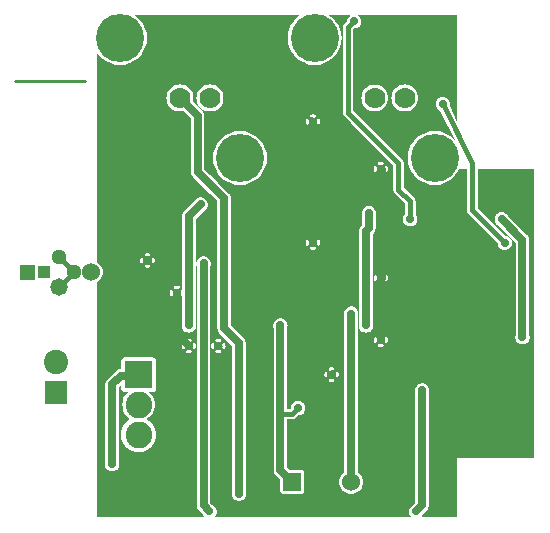
<source format=gbr>
G04 start of page 2 for group 0 idx 3 *
G04 Title: PD-ac, bottom *
G04 Creator: pcb 1.99x *
G04 CreationDate: Fri 09 Jan 2009 03:59:07 PM GMT UTC *
G04 For: kmk *
G04 Format: Gerber/RS-274X *
G04 PCB-Dimensions: 275591 314961 *
G04 PCB-Coordinate-Origin: lower left *
%MOIN*%
%FSLAX24Y24*%
%LNBACK*%
%ADD11C,0.0200*%
%ADD12C,0.0300*%
%ADD13C,0.0250*%
%ADD14C,0.0150*%
%ADD15C,0.0700*%
%ADD16C,0.1600*%
%ADD17C,0.0600*%
%ADD18C,0.0510*%
%ADD19C,0.0810*%
%ADD20C,0.0887*%
%ADD21C,0.0580*%
%ADD22C,0.0280*%
%ADD23C,0.0098*%
%ADD24C,0.0400*%
%ADD25C,0.0850*%
%ADD26C,0.1200*%
%ADD27C,0.0315*%
%ADD28C,0.0460*%
%ADD29C,0.0450*%
%ADD30C,0.0270*%
%ADD31C,0.0120*%
G54D11*G36*
X18126Y14114D02*X18152Y14087D01*
X18187Y14063D01*
X18225Y14046D01*
X18265Y14035D01*
X18307Y14031D01*
X18348Y14035D01*
X18389Y14046D01*
X18427Y14063D01*
X18461Y14087D01*
X18491Y14117D01*
X18514Y14151D01*
X18532Y14189D01*
X18543Y14230D01*
X18547Y14271D01*
X18543Y14313D01*
X18532Y14353D01*
X18514Y14391D01*
X18491Y14426D01*
X18482Y14434D01*
Y14862D01*
X18481Y14870D01*
Y14877D01*
X18480Y14885D01*
X18479Y14892D01*
X18477Y14899D01*
X18476Y14907D01*
X18473Y14915D01*
X18471Y14922D01*
X18468Y14928D01*
X18465Y14936D01*
X18462Y14942D01*
X18458Y14949D01*
X18453Y14956D01*
X18450Y14962D01*
X18445Y14968D01*
X18441Y14974D01*
X18435Y14980D01*
X18430Y14986D01*
X18126Y15290D01*
Y17857D01*
X18204Y17863D01*
X18279Y17884D01*
X18351Y17917D01*
X18415Y17962D01*
X18470Y18017D01*
X18515Y18082D01*
X18548Y18153D01*
X18569Y18229D01*
X18576Y18307D01*
X18569Y18385D01*
X18548Y18461D01*
X18515Y18532D01*
X18470Y18596D01*
X18415Y18651D01*
X18351Y18696D01*
X18279Y18730D01*
X18204Y18750D01*
X18126Y18757D01*
Y21063D01*
X19881D01*
Y17517D01*
X19619Y18042D01*
X19626Y18068D01*
X19629Y18110D01*
X19626Y18151D01*
X19615Y18192D01*
X19597Y18230D01*
X19573Y18264D01*
X19544Y18294D01*
X19509Y18318D01*
X19471Y18335D01*
X19431Y18346D01*
X19389Y18350D01*
X19348Y18346D01*
X19307Y18335D01*
X19269Y18318D01*
X19235Y18294D01*
X19205Y18264D01*
X19182Y18230D01*
X19164Y18192D01*
X19153Y18151D01*
X19149Y18110D01*
X19153Y18068D01*
X19164Y18028D01*
X19182Y17990D01*
X19205Y17955D01*
X19235Y17926D01*
X19269Y17902D01*
X19306Y17885D01*
X19797Y16903D01*
X19704Y16996D01*
X19576Y17086D01*
X19433Y17152D01*
X19282Y17193D01*
X19126Y17207D01*
X18969Y17193D01*
X18818Y17152D01*
X18676Y17086D01*
X18547Y16996D01*
X18436Y16885D01*
X18346Y16757D01*
X18280Y16614D01*
X18239Y16463D01*
X18226Y16307D01*
X18239Y16150D01*
X18280Y15999D01*
X18346Y15857D01*
X18436Y15728D01*
X18547Y15617D01*
X18676Y15527D01*
X18818Y15461D01*
X18969Y15420D01*
X19126Y15407D01*
X19282Y15420D01*
X19433Y15461D01*
X19576Y15527D01*
X19704Y15617D01*
X19815Y15728D01*
X19881Y15823D01*
Y4330D01*
X18639D01*
X18658Y4343D01*
X18687Y4373D01*
X18711Y4407D01*
X18720Y4426D01*
X18859Y4565D01*
X18859Y4565D01*
X18866Y4572D01*
X18873Y4579D01*
X18878Y4587D01*
X18885Y4595D01*
X18889Y4603D01*
X18895Y4612D01*
X18900Y4621D01*
X18904Y4629D01*
X18908Y4638D01*
X18912Y4647D01*
X18914Y4657D01*
X18918Y4666D01*
X18919Y4675D01*
X18922Y4685D01*
X18923Y4695D01*
X18924Y4704D01*
Y4714D01*
X18925Y4724D01*
Y8479D01*
X18926Y8480D01*
X18937Y8521D01*
X18940Y8563D01*
X18937Y8604D01*
X18926Y8645D01*
X18908Y8683D01*
X18884Y8717D01*
X18855Y8746D01*
X18820Y8770D01*
X18782Y8788D01*
X18742Y8799D01*
X18700Y8803D01*
X18659Y8799D01*
X18618Y8788D01*
X18580Y8770D01*
X18546Y8746D01*
X18516Y8717D01*
X18493Y8683D01*
X18475Y8645D01*
X18464Y8604D01*
X18460Y8563D01*
X18464Y8521D01*
X18475Y8480D01*
X18475Y8479D01*
Y4817D01*
X18401Y4743D01*
X18383Y4735D01*
X18349Y4711D01*
X18320Y4681D01*
X18296Y4647D01*
X18278Y4609D01*
X18267Y4569D01*
X18263Y4527D01*
X18267Y4485D01*
X18278Y4445D01*
X18296Y4407D01*
X18320Y4373D01*
X18349Y4343D01*
X18368Y4330D01*
X18126D01*
Y14114D01*
G37*
G36*
Y14795D02*X18132Y14789D01*
Y14434D01*
X18126Y14428D01*
Y14795D01*
G37*
G36*
Y15290D02*X18088Y15328D01*
Y16141D01*
X18087Y16149D01*
Y16157D01*
X18086Y16164D01*
X18085Y16172D01*
X18083Y16179D01*
X18082Y16187D01*
X18079Y16194D01*
X18077Y16201D01*
X18074Y16208D01*
X18072Y16215D01*
X18068Y16222D01*
X18065Y16229D01*
X18060Y16236D01*
X18056Y16242D01*
X18052Y16247D01*
X18047Y16254D01*
X18041Y16260D01*
X18037Y16265D01*
X17509Y16793D01*
Y18073D01*
X17515Y18082D01*
X17548Y18153D01*
X17569Y18229D01*
X17576Y18307D01*
X17569Y18385D01*
X17548Y18461D01*
X17515Y18532D01*
X17509Y18541D01*
Y21063D01*
X18126D01*
Y18757D01*
X18047Y18750D01*
X17972Y18730D01*
X17901Y18696D01*
X17836Y18651D01*
X17781Y18596D01*
X17736Y18532D01*
X17703Y18461D01*
X17682Y18385D01*
X17676Y18307D01*
X17682Y18229D01*
X17703Y18153D01*
X17736Y18082D01*
X17781Y18017D01*
X17836Y17962D01*
X17901Y17917D01*
X17972Y17884D01*
X18047Y17863D01*
X18126Y17857D01*
Y15290D01*
G37*
G36*
X17509Y16298D02*X17738Y16069D01*
Y15255D01*
X17739Y15247D01*
Y15240D01*
X17740Y15233D01*
X17741Y15225D01*
X17742Y15218D01*
X17744Y15210D01*
X17747Y15202D01*
X17749Y15196D01*
X17752Y15189D01*
X17754Y15182D01*
X17758Y15175D01*
X17761Y15168D01*
X17766Y15161D01*
X17770Y15155D01*
X17774Y15150D01*
X17779Y15143D01*
X17785Y15137D01*
X17789Y15132D01*
X18126Y14795D01*
Y14428D01*
X18123Y14426D01*
X18099Y14391D01*
X18081Y14353D01*
X18070Y14313D01*
X18067Y14271D01*
X18070Y14230D01*
X18081Y14189D01*
X18099Y14151D01*
X18123Y14117D01*
X18126Y14114D01*
Y4330D01*
X17509D01*
Y10140D01*
X17512Y10140D01*
X17520Y10142D01*
X17529Y10145D01*
X17536Y10150D01*
X17543Y10155D01*
X17548Y10162D01*
X17552Y10170D01*
X17555Y10178D01*
X17560Y10202D01*
X17562Y10226D01*
X17562Y10250D01*
X17559Y10274D01*
X17554Y10298D01*
Y10298D01*
X17551Y10306D01*
X17547Y10314D01*
X17541Y10320D01*
X17535Y10326D01*
X17527Y10330D01*
X17519Y10333D01*
X17510Y10335D01*
X17509D01*
Y12207D01*
X17512Y12207D01*
X17520Y12209D01*
X17529Y12212D01*
X17536Y12216D01*
X17543Y12222D01*
X17548Y12229D01*
X17552Y12237D01*
X17555Y12245D01*
X17560Y12269D01*
X17562Y12293D01*
X17562Y12317D01*
X17559Y12341D01*
X17554Y12365D01*
Y12365D01*
X17551Y12373D01*
X17547Y12381D01*
X17541Y12387D01*
X17535Y12393D01*
X17527Y12397D01*
X17519Y12400D01*
X17510Y12402D01*
X17509D01*
Y15849D01*
X17512Y15849D01*
X17520Y15850D01*
X17529Y15854D01*
X17536Y15858D01*
X17543Y15864D01*
X17548Y15871D01*
X17552Y15878D01*
X17555Y15886D01*
X17560Y15910D01*
X17562Y15934D01*
X17562Y15959D01*
X17559Y15983D01*
X17554Y16007D01*
Y16007D01*
X17551Y16015D01*
X17547Y16022D01*
X17541Y16029D01*
X17535Y16035D01*
X17527Y16039D01*
X17519Y16042D01*
X17510Y16043D01*
X17509D01*
Y16298D01*
G37*
G36*
Y18541D02*X17470Y18596D01*
X17415Y18651D01*
X17351Y18696D01*
X17321Y18710D01*
Y21063D01*
X17509D01*
Y18541D01*
G37*
G36*
Y16793D02*X17321Y16981D01*
Y17903D01*
X17351Y17917D01*
X17415Y17962D01*
X17470Y18017D01*
X17509Y18073D01*
Y16793D01*
G37*
G36*
X17321Y16486D02*X17509Y16298D01*
Y16043D01*
X17502D01*
X17493Y16042D01*
X17485Y16039D01*
X17477Y16035D01*
X17471Y16029D01*
X17465Y16022D01*
X17461Y16015D01*
X17458Y16007D01*
X17456Y15998D01*
Y15989D01*
X17458Y15981D01*
X17460Y15967D01*
X17462Y15953D01*
X17462Y15939D01*
X17461Y15925D01*
X17458Y15911D01*
X17457Y15902D01*
X17457Y15893D01*
X17459Y15885D01*
X17462Y15877D01*
X17466Y15869D01*
X17472Y15863D01*
X17479Y15857D01*
X17486Y15853D01*
X17495Y15850D01*
X17503Y15849D01*
X17509Y15849D01*
Y12402D01*
X17502D01*
X17493Y12400D01*
X17485Y12397D01*
X17477Y12393D01*
X17471Y12387D01*
X17465Y12381D01*
X17461Y12373D01*
X17458Y12365D01*
X17456Y12356D01*
Y12348D01*
X17458Y12339D01*
X17460Y12325D01*
X17462Y12311D01*
X17462Y12297D01*
X17461Y12283D01*
X17458Y12269D01*
X17457Y12260D01*
X17457Y12252D01*
X17459Y12243D01*
X17462Y12235D01*
X17466Y12227D01*
X17472Y12221D01*
X17479Y12215D01*
X17486Y12211D01*
X17495Y12208D01*
X17503Y12207D01*
X17509Y12207D01*
Y10335D01*
X17502D01*
X17493Y10333D01*
X17485Y10330D01*
X17477Y10326D01*
X17471Y10320D01*
X17465Y10314D01*
X17461Y10306D01*
X17458Y10298D01*
X17456Y10289D01*
Y10281D01*
X17458Y10272D01*
X17460Y10258D01*
X17462Y10244D01*
X17462Y10230D01*
X17461Y10216D01*
X17458Y10202D01*
X17457Y10193D01*
X17457Y10185D01*
X17459Y10176D01*
X17462Y10168D01*
X17466Y10161D01*
X17472Y10154D01*
X17479Y10149D01*
X17486Y10144D01*
X17495Y10141D01*
X17503Y10140D01*
X17509Y10140D01*
Y4330D01*
X17321D01*
Y9996D01*
X17337Y9996D01*
X17361Y9999D01*
X17384Y10004D01*
X17384D01*
X17393Y10007D01*
X17400Y10011D01*
X17407Y10017D01*
X17412Y10024D01*
X17417Y10031D01*
X17420Y10039D01*
X17421Y10048D01*
Y10057D01*
X17420Y10065D01*
X17417Y10073D01*
X17412Y10081D01*
X17407Y10088D01*
X17400Y10093D01*
X17393Y10098D01*
X17384Y10101D01*
X17376Y10102D01*
X17367D01*
X17359Y10101D01*
X17345Y10098D01*
X17331Y10096D01*
X17321Y10096D01*
Y10376D01*
X17328Y10376D01*
X17342Y10374D01*
X17356Y10372D01*
X17365Y10370D01*
X17373Y10371D01*
X17382Y10372D01*
X17390Y10375D01*
X17398Y10380D01*
X17404Y10386D01*
X17410Y10392D01*
X17414Y10400D01*
X17417Y10408D01*
X17418Y10417D01*
X17418Y10425D01*
X17416Y10434D01*
X17413Y10442D01*
X17409Y10450D01*
X17403Y10456D01*
X17396Y10462D01*
X17389Y10466D01*
X17380Y10469D01*
X17357Y10473D01*
X17332Y10476D01*
X17321Y10476D01*
Y12063D01*
X17337Y12063D01*
X17361Y12066D01*
X17384Y12071D01*
X17384D01*
X17393Y12074D01*
X17400Y12078D01*
X17407Y12084D01*
X17412Y12091D01*
X17417Y12098D01*
X17420Y12106D01*
X17421Y12115D01*
Y12124D01*
X17420Y12132D01*
X17417Y12140D01*
X17412Y12148D01*
X17407Y12155D01*
X17400Y12160D01*
X17393Y12165D01*
X17384Y12168D01*
X17376Y12169D01*
X17367D01*
X17359Y12168D01*
X17345Y12165D01*
X17331Y12163D01*
X17321Y12163D01*
Y12443D01*
X17328Y12443D01*
X17342Y12441D01*
X17356Y12439D01*
X17365Y12437D01*
X17373Y12437D01*
X17382Y12439D01*
X17390Y12442D01*
X17398Y12447D01*
X17404Y12452D01*
X17410Y12459D01*
X17414Y12467D01*
X17417Y12475D01*
X17418Y12484D01*
X17418Y12492D01*
X17416Y12501D01*
X17413Y12509D01*
X17409Y12517D01*
X17403Y12523D01*
X17396Y12529D01*
X17389Y12533D01*
X17380Y12536D01*
X17357Y12540D01*
X17332Y12543D01*
X17321Y12542D01*
Y15705D01*
X17337Y15705D01*
X17361Y15708D01*
X17384Y15713D01*
X17384D01*
X17393Y15716D01*
X17400Y15720D01*
X17407Y15726D01*
X17412Y15732D01*
X17417Y15740D01*
X17420Y15748D01*
X17421Y15757D01*
Y15765D01*
X17420Y15774D01*
X17417Y15782D01*
X17412Y15790D01*
X17407Y15796D01*
X17400Y15802D01*
X17393Y15806D01*
X17384Y15809D01*
X17376Y15811D01*
X17367D01*
X17359Y15809D01*
X17345Y15806D01*
X17331Y15805D01*
X17321Y15805D01*
Y16084D01*
X17328Y16084D01*
X17342Y16083D01*
X17356Y16080D01*
X17365Y16079D01*
X17373Y16079D01*
X17382Y16081D01*
X17390Y16084D01*
X17398Y16088D01*
X17404Y16094D01*
X17410Y16101D01*
X17414Y16109D01*
X17417Y16117D01*
X17418Y16125D01*
X17418Y16134D01*
X17416Y16143D01*
X17413Y16151D01*
X17409Y16158D01*
X17403Y16165D01*
X17396Y16170D01*
X17389Y16175D01*
X17380Y16177D01*
X17357Y16182D01*
X17332Y16184D01*
X17321Y16184D01*
Y16486D01*
G37*
G36*
Y18710D02*X17279Y18730D01*
X17204Y18750D01*
X17136Y18756D01*
Y21063D01*
X17321D01*
Y18710D01*
G37*
G36*
Y16981D02*X17136Y17166D01*
Y17858D01*
X17204Y17863D01*
X17279Y17884D01*
X17321Y17903D01*
Y16981D01*
G37*
G36*
X17136Y16671D02*X17321Y16486D01*
Y16184D01*
X17308Y16184D01*
X17284Y16181D01*
X17260Y16176D01*
X17260D01*
X17252Y16173D01*
X17245Y16169D01*
X17238Y16163D01*
X17232Y16157D01*
X17228Y16149D01*
X17225Y16141D01*
X17223Y16132D01*
Y16124D01*
X17225Y16115D01*
X17228Y16107D01*
X17232Y16099D01*
X17238Y16093D01*
X17244Y16087D01*
X17252Y16083D01*
X17260Y16080D01*
X17269Y16078D01*
X17277D01*
X17286Y16080D01*
X17300Y16083D01*
X17314Y16084D01*
X17321D01*
Y15805D01*
X17316D01*
X17302Y15806D01*
X17288Y15809D01*
X17280Y15810D01*
X17271Y15810D01*
X17263Y15808D01*
X17254Y15805D01*
X17247Y15801D01*
X17240Y15795D01*
X17235Y15788D01*
X17231Y15780D01*
X17228Y15772D01*
X17226Y15764D01*
X17227Y15755D01*
X17228Y15746D01*
X17231Y15738D01*
X17236Y15731D01*
X17242Y15724D01*
X17248Y15719D01*
X17256Y15714D01*
X17264Y15712D01*
X17288Y15707D01*
X17312Y15705D01*
X17321Y15705D01*
Y12542D01*
X17308Y12542D01*
X17284Y12540D01*
X17260Y12535D01*
X17260D01*
X17252Y12532D01*
X17245Y12527D01*
X17238Y12522D01*
X17232Y12515D01*
X17228Y12508D01*
X17225Y12499D01*
X17223Y12491D01*
Y12482D01*
X17225Y12473D01*
X17228Y12465D01*
X17232Y12458D01*
X17238Y12451D01*
X17244Y12445D01*
X17252Y12441D01*
X17260Y12438D01*
X17269Y12437D01*
X17277D01*
X17286Y12438D01*
X17300Y12441D01*
X17314Y12443D01*
X17321D01*
Y12163D01*
X17316D01*
X17302Y12164D01*
X17288Y12167D01*
X17280Y12168D01*
X17271Y12168D01*
X17263Y12167D01*
X17254Y12163D01*
X17247Y12159D01*
X17240Y12153D01*
X17235Y12146D01*
X17231Y12139D01*
X17228Y12131D01*
X17226Y12122D01*
X17227Y12113D01*
X17228Y12105D01*
X17231Y12097D01*
X17236Y12089D01*
X17242Y12082D01*
X17248Y12077D01*
X17256Y12073D01*
X17264Y12070D01*
X17288Y12065D01*
X17312Y12063D01*
X17321Y12063D01*
Y10476D01*
X17308Y10475D01*
X17284Y10473D01*
X17260Y10468D01*
X17260D01*
X17252Y10465D01*
X17245Y10460D01*
X17238Y10455D01*
X17232Y10448D01*
X17228Y10441D01*
X17225Y10432D01*
X17223Y10424D01*
Y10415D01*
X17225Y10407D01*
X17228Y10398D01*
X17232Y10391D01*
X17238Y10384D01*
X17244Y10379D01*
X17252Y10374D01*
X17260Y10371D01*
X17269Y10370D01*
X17277D01*
X17286Y10371D01*
X17300Y10374D01*
X17314Y10376D01*
X17321D01*
Y10096D01*
X17316D01*
X17302Y10097D01*
X17288Y10100D01*
X17280Y10101D01*
X17271Y10101D01*
X17263Y10100D01*
X17254Y10096D01*
X17247Y10092D01*
X17240Y10086D01*
X17235Y10080D01*
X17231Y10072D01*
X17228Y10064D01*
X17226Y10055D01*
X17227Y10046D01*
X17228Y10038D01*
X17231Y10030D01*
X17236Y10022D01*
X17242Y10016D01*
X17248Y10010D01*
X17256Y10006D01*
X17264Y10003D01*
X17288Y9998D01*
X17312Y9996D01*
X17321Y9996D01*
Y4330D01*
X17136D01*
Y10137D01*
X17143D01*
X17152Y10138D01*
X17160Y10141D01*
X17167Y10146D01*
X17174Y10151D01*
X17180Y10158D01*
X17184Y10166D01*
X17187Y10174D01*
X17189Y10182D01*
Y10191D01*
X17187Y10200D01*
X17184Y10214D01*
X17183Y10228D01*
X17182Y10242D01*
X17184Y10256D01*
X17186Y10270D01*
X17188Y10278D01*
X17188Y10287D01*
X17186Y10296D01*
X17183Y10304D01*
X17178Y10311D01*
X17173Y10318D01*
X17166Y10323D01*
X17158Y10328D01*
X17150Y10330D01*
X17141Y10332D01*
X17136Y10332D01*
Y12204D01*
X17143D01*
X17152Y12205D01*
X17160Y12208D01*
X17167Y12213D01*
X17174Y12218D01*
X17180Y12225D01*
X17184Y12232D01*
X17187Y12241D01*
X17189Y12249D01*
Y12258D01*
X17187Y12267D01*
X17184Y12280D01*
X17183Y12294D01*
X17182Y12309D01*
X17184Y12323D01*
X17186Y12337D01*
X17188Y12345D01*
X17188Y12354D01*
X17186Y12363D01*
X17183Y12371D01*
X17178Y12378D01*
X17173Y12385D01*
X17166Y12390D01*
X17158Y12394D01*
X17150Y12397D01*
X17141Y12399D01*
X17136Y12399D01*
Y13889D01*
X17136Y13890D01*
X17140Y13899D01*
X17143Y13909D01*
X17146Y13918D01*
X17148Y13927D01*
X17150Y13937D01*
X17151Y13947D01*
X17153Y13956D01*
Y13966D01*
X17154Y13976D01*
Y14385D01*
X17154Y14386D01*
X17165Y14426D01*
X17169Y14468D01*
X17165Y14510D01*
X17154Y14550D01*
X17136Y14588D01*
X17136Y14589D01*
Y15846D01*
X17143D01*
X17152Y15847D01*
X17160Y15850D01*
X17167Y15854D01*
X17174Y15860D01*
X17180Y15867D01*
X17184Y15874D01*
X17187Y15882D01*
X17189Y15891D01*
Y15900D01*
X17187Y15908D01*
X17184Y15922D01*
X17183Y15936D01*
X17182Y15950D01*
X17184Y15964D01*
X17186Y15978D01*
X17188Y15987D01*
X17188Y15996D01*
X17186Y16004D01*
X17183Y16012D01*
X17178Y16020D01*
X17173Y16026D01*
X17166Y16032D01*
X17158Y16036D01*
X17150Y16039D01*
X17141Y16040D01*
X17136Y16040D01*
Y16671D01*
G37*
G36*
Y17166D02*X16415Y17887D01*
Y20597D01*
X16445Y20626D01*
X16478Y20629D01*
X16519Y20640D01*
X16557Y20658D01*
X16591Y20682D01*
X16620Y20711D01*
X16644Y20746D01*
X16662Y20784D01*
X16673Y20824D01*
X16677Y20866D01*
X16673Y20907D01*
X16662Y20948D01*
X16644Y20986D01*
X16620Y21020D01*
X16591Y21050D01*
X16572Y21063D01*
X17136D01*
Y18756D01*
X17126Y18757D01*
X17047Y18750D01*
X16972Y18730D01*
X16901Y18696D01*
X16836Y18651D01*
X16781Y18596D01*
X16736Y18532D01*
X16703Y18461D01*
X16682Y18385D01*
X16676Y18307D01*
X16682Y18229D01*
X16703Y18153D01*
X16736Y18082D01*
X16781Y18017D01*
X16836Y17962D01*
X16901Y17917D01*
X16972Y17884D01*
X17047Y17863D01*
X17126Y17857D01*
X17136Y17858D01*
Y17166D01*
G37*
G36*
X16338Y17469D02*X17136Y16671D01*
Y16040D01*
X17133Y16040D01*
X17124Y16039D01*
X17116Y16035D01*
X17109Y16031D01*
X17102Y16025D01*
X17097Y16018D01*
X17092Y16011D01*
X17089Y16003D01*
X17085Y15979D01*
X17083Y15955D01*
X17083Y15930D01*
X17085Y15906D01*
X17090Y15882D01*
Y15882D01*
X17093Y15874D01*
X17098Y15867D01*
X17103Y15860D01*
X17110Y15854D01*
X17118Y15850D01*
X17126Y15847D01*
X17134Y15846D01*
X17136D01*
Y14589D01*
X17113Y14622D01*
X17083Y14652D01*
X17049Y14676D01*
X17011Y14694D01*
X16970Y14704D01*
X16929Y14708D01*
X16887Y14704D01*
X16847Y14694D01*
X16809Y14676D01*
X16774Y14652D01*
X16745Y14622D01*
X16721Y14588D01*
X16703Y14550D01*
X16692Y14510D01*
X16689Y14468D01*
X16692Y14426D01*
X16703Y14386D01*
X16704Y14385D01*
Y14069D01*
X16671Y14037D01*
X16671Y14037D01*
X16666Y14030D01*
X16658Y14022D01*
X16651Y14013D01*
X16646Y14007D01*
X16642Y14000D01*
X16635Y13990D01*
X16630Y13979D01*
X16626Y13973D01*
X16624Y13965D01*
X16619Y13955D01*
X16616Y13944D01*
X16613Y13936D01*
X16612Y13928D01*
X16609Y13917D01*
X16608Y13905D01*
X16606Y13897D01*
Y13889D01*
X16605Y13878D01*
Y12780D01*
X16605Y12779D01*
X16594Y12738D01*
X16590Y12696D01*
X16594Y12655D01*
X16605Y12614D01*
X16605Y12613D01*
Y10811D01*
X16605Y10810D01*
X16594Y10770D01*
X16590Y10728D01*
X16594Y10686D01*
X16605Y10646D01*
X16622Y10608D01*
X16646Y10574D01*
X16676Y10544D01*
X16710Y10520D01*
X16748Y10502D01*
X16789Y10492D01*
X16830Y10488D01*
X16872Y10492D01*
X16912Y10502D01*
X16950Y10520D01*
X16985Y10544D01*
X17014Y10574D01*
X17038Y10608D01*
X17056Y10646D01*
X17067Y10686D01*
X17070Y10728D01*
X17067Y10770D01*
X17056Y10810D01*
X17055Y10811D01*
Y12613D01*
X17056Y12614D01*
X17067Y12655D01*
X17070Y12696D01*
X17067Y12738D01*
X17056Y12779D01*
X17055Y12780D01*
Y13785D01*
X17088Y13817D01*
X17088Y13817D01*
X17094Y13824D01*
X17101Y13831D01*
X17107Y13839D01*
X17113Y13847D01*
X17118Y13855D01*
X17124Y13863D01*
X17128Y13873D01*
X17133Y13881D01*
X17136Y13889D01*
Y12399D01*
X17133Y12398D01*
X17124Y12397D01*
X17116Y12394D01*
X17109Y12389D01*
X17102Y12383D01*
X17097Y12377D01*
X17092Y12369D01*
X17089Y12361D01*
X17085Y12337D01*
X17083Y12313D01*
X17083Y12289D01*
X17085Y12264D01*
X17090Y12241D01*
Y12241D01*
X17093Y12233D01*
X17098Y12225D01*
X17103Y12218D01*
X17110Y12213D01*
X17118Y12208D01*
X17126Y12205D01*
X17134Y12204D01*
X17136D01*
Y10332D01*
X17133Y10332D01*
X17124Y10330D01*
X17116Y10327D01*
X17109Y10322D01*
X17102Y10317D01*
X17097Y10310D01*
X17092Y10302D01*
X17089Y10294D01*
X17085Y10270D01*
X17083Y10246D01*
X17083Y10222D01*
X17085Y10198D01*
X17090Y10174D01*
Y10174D01*
X17093Y10166D01*
X17098Y10158D01*
X17103Y10151D01*
X17110Y10146D01*
X17118Y10141D01*
X17126Y10138D01*
X17134Y10137D01*
X17136D01*
Y4330D01*
X16338D01*
Y5111D01*
X16408Y5118D01*
X16475Y5136D01*
X16538Y5165D01*
X16595Y5205D01*
X16644Y5254D01*
X16684Y5311D01*
X16714Y5375D01*
X16732Y5442D01*
X16738Y5511D01*
X16732Y5581D01*
X16714Y5648D01*
X16684Y5711D01*
X16644Y5769D01*
X16595Y5818D01*
X16563Y5840D01*
Y6314D01*
X16564Y6315D01*
X16575Y6356D01*
X16578Y6397D01*
X16575Y6439D01*
X16564Y6479D01*
X16563Y6480D01*
Y11038D01*
X16564Y11040D01*
X16575Y11080D01*
X16578Y11122D01*
X16575Y11163D01*
X16564Y11204D01*
X16546Y11242D01*
X16522Y11276D01*
X16492Y11306D01*
X16458Y11329D01*
X16420Y11347D01*
X16380Y11358D01*
X16338Y11362D01*
X16338D01*
Y17469D01*
G37*
G36*
X8980Y7615D02*X8995Y7608D01*
X8980Y7601D01*
Y7615D01*
G37*
G36*
X15868Y19804D02*X15905Y19857D01*
X15971Y19999D01*
X16012Y20150D01*
X16026Y20307D01*
X16012Y20463D01*
X15971Y20614D01*
X15905Y20757D01*
X15868Y20809D01*
Y21063D01*
X16301D01*
X16282Y21050D01*
X16253Y21020D01*
X16229Y20986D01*
X16211Y20948D01*
X16200Y20907D01*
X16197Y20874D01*
X16116Y20793D01*
X16116Y20793D01*
X16112Y20788D01*
X16106Y20781D01*
X16100Y20774D01*
X16096Y20769D01*
X16093Y20764D01*
X16088Y20756D01*
X16084Y20748D01*
X16081Y20743D01*
X16079Y20737D01*
X16075Y20729D01*
X16073Y20721D01*
X16071Y20714D01*
X16069Y20706D01*
X16067Y20699D01*
X16067Y20692D01*
X16065Y20684D01*
Y20677D01*
X16065Y20669D01*
Y17815D01*
X16065Y17807D01*
Y17799D01*
X16067Y17792D01*
X16067Y17784D01*
X16069Y17777D01*
X16071Y17769D01*
X16073Y17762D01*
X16075Y17755D01*
X16078Y17748D01*
X16081Y17741D01*
X16085Y17734D01*
X16088Y17727D01*
X16093Y17720D01*
X16096Y17714D01*
X16101Y17709D01*
X16106Y17702D01*
X16111Y17696D01*
X16116Y17691D01*
X16338Y17469D01*
Y11362D01*
X16296Y11358D01*
X16256Y11347D01*
X16218Y11329D01*
X16184Y11306D01*
X16154Y11276D01*
X16130Y11242D01*
X16113Y11204D01*
X16102Y11163D01*
X16098Y11122D01*
X16102Y11080D01*
X16113Y11040D01*
X16113Y11038D01*
Y6480D01*
X16113Y6479D01*
X16102Y6439D01*
X16098Y6397D01*
X16102Y6356D01*
X16113Y6315D01*
X16113Y6314D01*
Y5840D01*
X16081Y5818D01*
X16032Y5769D01*
X15992Y5711D01*
X15962Y5648D01*
X15944Y5581D01*
X15938Y5511D01*
X15944Y5442D01*
X15962Y5375D01*
X15992Y5311D01*
X16032Y5254D01*
X16081Y5205D01*
X16138Y5165D01*
X16201Y5136D01*
X16269Y5118D01*
X16338Y5111D01*
Y4330D01*
X15868D01*
Y8992D01*
X15871Y8992D01*
X15880Y8993D01*
X15888Y8996D01*
X15895Y9001D01*
X15902Y9007D01*
X15907Y9013D01*
X15912Y9021D01*
X15914Y9029D01*
X15919Y9053D01*
X15921Y9077D01*
X15921Y9102D01*
X15919Y9126D01*
X15913Y9149D01*
Y9149D01*
X15910Y9158D01*
X15906Y9165D01*
X15901Y9172D01*
X15894Y9177D01*
X15886Y9182D01*
X15878Y9185D01*
X15870Y9186D01*
X15868D01*
Y19804D01*
G37*
G36*
Y20809D02*X15815Y20885D01*
X15704Y20996D01*
X15680Y21013D01*
Y21063D01*
X15868D01*
Y20809D01*
G37*
G36*
X15680Y19600D02*X15704Y19617D01*
X15815Y19728D01*
X15868Y19804D01*
Y9186D01*
X15861D01*
X15852Y9185D01*
X15844Y9182D01*
X15837Y9177D01*
X15830Y9172D01*
X15824Y9165D01*
X15820Y9158D01*
X15817Y9149D01*
X15815Y9141D01*
Y9132D01*
X15817Y9124D01*
X15820Y9110D01*
X15821Y9096D01*
X15821Y9081D01*
X15820Y9067D01*
X15817Y9053D01*
X15816Y9045D01*
X15816Y9036D01*
X15818Y9028D01*
X15821Y9019D01*
X15826Y9012D01*
X15831Y9005D01*
X15838Y9000D01*
X15846Y8996D01*
X15854Y8993D01*
X15862Y8991D01*
X15868Y8992D01*
Y4330D01*
X15680D01*
Y8848D01*
X15696Y8848D01*
X15720Y8850D01*
X15744Y8855D01*
X15744D01*
X15752Y8858D01*
X15759Y8863D01*
X15766Y8868D01*
X15772Y8875D01*
X15776Y8883D01*
X15779Y8891D01*
X15781Y8899D01*
Y8908D01*
X15779Y8917D01*
X15776Y8925D01*
X15772Y8932D01*
X15766Y8939D01*
X15759Y8945D01*
X15752Y8949D01*
X15744Y8952D01*
X15735Y8954D01*
X15726D01*
X15718Y8952D01*
X15704Y8949D01*
X15690Y8948D01*
X15680Y8947D01*
Y9227D01*
X15687Y9227D01*
X15702Y9226D01*
X15715Y9223D01*
X15724Y9222D01*
X15733Y9222D01*
X15741Y9224D01*
X15749Y9227D01*
X15757Y9231D01*
X15764Y9237D01*
X15769Y9244D01*
X15773Y9251D01*
X15776Y9260D01*
X15777Y9268D01*
X15777Y9277D01*
X15776Y9285D01*
X15772Y9294D01*
X15768Y9301D01*
X15762Y9308D01*
X15756Y9313D01*
X15748Y9317D01*
X15740Y9320D01*
X15716Y9325D01*
X15692Y9327D01*
X15680Y9327D01*
Y19600D01*
G37*
G36*
Y21013D02*X15609Y21063D01*
X15680D01*
Y21013D01*
G37*
G36*
X15495Y19490D02*X15576Y19527D01*
X15680Y19600D01*
Y9327D01*
X15667Y9327D01*
X15643Y9324D01*
X15619Y9319D01*
X15620D01*
X15611Y9316D01*
X15604Y9312D01*
X15597Y9306D01*
X15592Y9300D01*
X15587Y9292D01*
X15584Y9284D01*
X15583Y9275D01*
Y9267D01*
X15584Y9258D01*
X15587Y9250D01*
X15591Y9242D01*
X15597Y9236D01*
X15604Y9230D01*
X15611Y9226D01*
X15619Y9223D01*
X15628Y9221D01*
X15637D01*
X15645Y9223D01*
X15659Y9225D01*
X15673Y9227D01*
X15680D01*
Y8947D01*
X15676D01*
X15662Y8949D01*
X15648Y8951D01*
X15639Y8953D01*
X15630Y8953D01*
X15622Y8951D01*
X15614Y8948D01*
X15606Y8943D01*
X15600Y8938D01*
X15594Y8931D01*
X15590Y8923D01*
X15587Y8915D01*
X15586Y8906D01*
X15586Y8898D01*
X15588Y8889D01*
X15591Y8881D01*
X15595Y8874D01*
X15601Y8867D01*
X15608Y8862D01*
X15615Y8857D01*
X15624Y8854D01*
X15647Y8850D01*
X15672Y8848D01*
X15680Y8848D01*
Y4330D01*
X15495D01*
Y8988D01*
X15502D01*
X15511Y8990D01*
X15519Y8993D01*
X15527Y8997D01*
X15533Y9003D01*
X15539Y9009D01*
X15543Y9017D01*
X15546Y9025D01*
X15548Y9034D01*
Y9042D01*
X15546Y9051D01*
X15543Y9065D01*
X15542Y9079D01*
X15542Y9093D01*
X15543Y9107D01*
X15546Y9121D01*
X15547Y9130D01*
X15547Y9138D01*
X15545Y9147D01*
X15542Y9155D01*
X15538Y9163D01*
X15532Y9169D01*
X15525Y9175D01*
X15518Y9179D01*
X15509Y9182D01*
X15501Y9183D01*
X15495Y9183D01*
Y19490D01*
G37*
G36*
X15245Y19417D02*X15282Y19420D01*
X15433Y19461D01*
X15495Y19490D01*
Y9183D01*
X15492Y9183D01*
X15483Y9181D01*
X15475Y9178D01*
X15468Y9174D01*
X15461Y9168D01*
X15456Y9161D01*
X15452Y9154D01*
X15449Y9145D01*
X15444Y9122D01*
X15442Y9097D01*
X15442Y9073D01*
X15445Y9049D01*
X15450Y9025D01*
Y9025D01*
X15453Y9017D01*
X15457Y9010D01*
X15463Y9003D01*
X15469Y8997D01*
X15477Y8993D01*
X15485Y8990D01*
X15494Y8988D01*
X15495D01*
Y4330D01*
X15245D01*
Y13388D01*
X15248Y13388D01*
X15257Y13390D01*
X15265Y13393D01*
X15272Y13398D01*
X15279Y13403D01*
X15284Y13410D01*
X15289Y13418D01*
X15291Y13426D01*
X15296Y13450D01*
X15298Y13474D01*
X15298Y13498D01*
X15296Y13522D01*
X15290Y13546D01*
Y13546D01*
X15287Y13554D01*
X15283Y13562D01*
X15278Y13568D01*
X15271Y13574D01*
X15263Y13578D01*
X15255Y13581D01*
X15247Y13583D01*
X15245D01*
Y17424D01*
X15248Y17424D01*
X15257Y17425D01*
X15265Y17428D01*
X15272Y17433D01*
X15279Y17439D01*
X15284Y17445D01*
X15289Y17453D01*
X15291Y17461D01*
X15296Y17485D01*
X15298Y17509D01*
X15298Y17534D01*
X15296Y17558D01*
X15290Y17581D01*
Y17581D01*
X15287Y17590D01*
X15283Y17597D01*
X15278Y17604D01*
X15271Y17609D01*
X15263Y17614D01*
X15255Y17617D01*
X15247Y17618D01*
X15245D01*
Y19417D01*
G37*
G36*
X15057Y19413D02*X15126Y19407D01*
X15245Y19417D01*
Y17618D01*
X15238D01*
X15229Y17617D01*
X15221Y17614D01*
X15214Y17609D01*
X15207Y17604D01*
X15201Y17597D01*
X15197Y17590D01*
X15194Y17581D01*
X15192Y17573D01*
Y17564D01*
X15194Y17556D01*
X15197Y17542D01*
X15198Y17528D01*
X15198Y17513D01*
X15197Y17499D01*
X15194Y17485D01*
X15193Y17477D01*
X15193Y17468D01*
X15195Y17460D01*
X15198Y17451D01*
X15203Y17444D01*
X15208Y17437D01*
X15215Y17432D01*
X15223Y17428D01*
X15231Y17425D01*
X15239Y17423D01*
X15245Y17424D01*
Y13583D01*
X15238D01*
X15229Y13581D01*
X15221Y13578D01*
X15214Y13574D01*
X15207Y13568D01*
X15201Y13562D01*
X15197Y13554D01*
X15194Y13546D01*
X15192Y13537D01*
Y13529D01*
X15194Y13520D01*
X15197Y13506D01*
X15198Y13492D01*
X15198Y13478D01*
X15197Y13464D01*
X15194Y13450D01*
X15193Y13441D01*
X15193Y13433D01*
X15195Y13424D01*
X15198Y13416D01*
X15203Y13409D01*
X15208Y13402D01*
X15215Y13397D01*
X15223Y13392D01*
X15231Y13389D01*
X15239Y13388D01*
X15245Y13388D01*
Y4330D01*
X15057D01*
Y13244D01*
X15073Y13244D01*
X15097Y13247D01*
X15121Y13252D01*
X15121D01*
X15129Y13255D01*
X15136Y13259D01*
X15143Y13265D01*
X15149Y13272D01*
X15153Y13279D01*
X15156Y13287D01*
X15158Y13296D01*
Y13305D01*
X15156Y13313D01*
X15153Y13321D01*
X15149Y13329D01*
X15143Y13336D01*
X15136Y13341D01*
X15129Y13346D01*
X15121Y13349D01*
X15112Y13350D01*
X15103D01*
X15095Y13349D01*
X15081Y13346D01*
X15067Y13344D01*
X15057Y13344D01*
Y13624D01*
X15064Y13624D01*
X15079Y13622D01*
X15092Y13620D01*
X15101Y13618D01*
X15110Y13619D01*
X15118Y13620D01*
X15126Y13623D01*
X15134Y13628D01*
X15141Y13634D01*
X15146Y13640D01*
X15150Y13648D01*
X15153Y13656D01*
X15154Y13665D01*
X15154Y13673D01*
X15153Y13682D01*
X15149Y13690D01*
X15145Y13698D01*
X15139Y13704D01*
X15133Y13710D01*
X15125Y13714D01*
X15117Y13717D01*
X15093Y13721D01*
X15069Y13724D01*
X15057Y13724D01*
Y17280D01*
X15073Y17280D01*
X15097Y17282D01*
X15121Y17287D01*
X15121D01*
X15129Y17290D01*
X15136Y17295D01*
X15143Y17300D01*
X15149Y17307D01*
X15153Y17315D01*
X15156Y17323D01*
X15158Y17331D01*
Y17340D01*
X15156Y17349D01*
X15153Y17357D01*
X15149Y17364D01*
X15143Y17371D01*
X15136Y17377D01*
X15129Y17381D01*
X15121Y17384D01*
X15112Y17386D01*
X15103D01*
X15095Y17384D01*
X15081Y17381D01*
X15067Y17380D01*
X15057Y17379D01*
Y17659D01*
X15064Y17659D01*
X15079Y17658D01*
X15092Y17655D01*
X15101Y17654D01*
X15110Y17654D01*
X15118Y17656D01*
X15126Y17659D01*
X15134Y17663D01*
X15141Y17669D01*
X15146Y17676D01*
X15150Y17683D01*
X15153Y17692D01*
X15154Y17700D01*
X15154Y17709D01*
X15153Y17717D01*
X15149Y17726D01*
X15145Y17733D01*
X15139Y17740D01*
X15133Y17745D01*
X15125Y17749D01*
X15117Y17752D01*
X15093Y17757D01*
X15069Y17759D01*
X15057Y17759D01*
Y19413D01*
G37*
G36*
X14872Y19446D02*X14969Y19420D01*
X15057Y19413D01*
Y17759D01*
X15044Y17759D01*
X15020Y17756D01*
X14996Y17751D01*
X14997D01*
X14988Y17748D01*
X14981Y17744D01*
X14974Y17738D01*
X14969Y17732D01*
X14964Y17724D01*
X14961Y17716D01*
X14960Y17707D01*
Y17699D01*
X14961Y17690D01*
X14964Y17682D01*
X14968Y17674D01*
X14974Y17668D01*
X14981Y17662D01*
X14988Y17658D01*
X14996Y17655D01*
X15005Y17653D01*
X15014D01*
X15022Y17655D01*
X15036Y17657D01*
X15050Y17659D01*
X15057D01*
Y17379D01*
X15053D01*
X15039Y17381D01*
X15025Y17383D01*
X15016Y17385D01*
X15007Y17385D01*
X14999Y17383D01*
X14991Y17380D01*
X14983Y17375D01*
X14977Y17370D01*
X14971Y17363D01*
X14967Y17355D01*
X14964Y17347D01*
X14963Y17338D01*
X14963Y17330D01*
X14965Y17321D01*
X14968Y17313D01*
X14972Y17306D01*
X14978Y17299D01*
X14985Y17294D01*
X14992Y17289D01*
X15001Y17286D01*
X15024Y17282D01*
X15049Y17280D01*
X15057Y17280D01*
Y13724D01*
X15044Y13723D01*
X15020Y13721D01*
X14996Y13716D01*
X14997D01*
X14988Y13713D01*
X14981Y13708D01*
X14974Y13703D01*
X14969Y13696D01*
X14964Y13689D01*
X14961Y13680D01*
X14960Y13672D01*
Y13663D01*
X14961Y13655D01*
X14964Y13646D01*
X14968Y13639D01*
X14974Y13632D01*
X14981Y13627D01*
X14988Y13622D01*
X14996Y13619D01*
X15005Y13618D01*
X15014D01*
X15022Y13619D01*
X15036Y13622D01*
X15050Y13624D01*
X15057D01*
Y13344D01*
X15053D01*
X15039Y13345D01*
X15025Y13348D01*
X15016Y13349D01*
X15007Y13349D01*
X14999Y13348D01*
X14991Y13344D01*
X14983Y13340D01*
X14977Y13334D01*
X14971Y13328D01*
X14967Y13320D01*
X14964Y13312D01*
X14963Y13303D01*
X14963Y13294D01*
X14965Y13286D01*
X14968Y13278D01*
X14972Y13270D01*
X14978Y13264D01*
X14985Y13258D01*
X14992Y13254D01*
X15001Y13251D01*
X15024Y13246D01*
X15049Y13244D01*
X15057Y13244D01*
Y4330D01*
X14872D01*
Y13385D01*
X14879D01*
X14888Y13386D01*
X14896Y13389D01*
X14904Y13394D01*
X14910Y13399D01*
X14916Y13406D01*
X14920Y13414D01*
X14923Y13422D01*
X14925Y13430D01*
Y13439D01*
X14923Y13448D01*
X14920Y13462D01*
X14919Y13476D01*
X14919Y13490D01*
X14920Y13504D01*
X14923Y13518D01*
X14924Y13526D01*
X14924Y13535D01*
X14922Y13544D01*
X14919Y13552D01*
X14915Y13559D01*
X14909Y13566D01*
X14902Y13571D01*
X14895Y13576D01*
X14886Y13578D01*
X14878Y13580D01*
X14872Y13580D01*
Y17420D01*
X14879D01*
X14888Y17422D01*
X14896Y17425D01*
X14904Y17429D01*
X14910Y17435D01*
X14916Y17441D01*
X14920Y17449D01*
X14923Y17457D01*
X14925Y17466D01*
Y17474D01*
X14923Y17483D01*
X14920Y17497D01*
X14919Y17511D01*
X14919Y17525D01*
X14920Y17539D01*
X14923Y17553D01*
X14924Y17562D01*
X14924Y17570D01*
X14922Y17579D01*
X14919Y17587D01*
X14915Y17595D01*
X14909Y17601D01*
X14902Y17607D01*
X14895Y17611D01*
X14886Y17614D01*
X14878Y17615D01*
X14872Y17615D01*
Y19446D01*
G37*
G36*
X14271Y20031D02*X14280Y19999D01*
X14346Y19857D01*
X14436Y19728D01*
X14547Y19617D01*
X14676Y19527D01*
X14818Y19461D01*
X14872Y19446D01*
Y17615D01*
X14869Y17615D01*
X14860Y17613D01*
X14852Y17610D01*
X14845Y17606D01*
X14838Y17600D01*
X14833Y17593D01*
X14829Y17586D01*
X14826Y17577D01*
X14821Y17554D01*
X14819Y17529D01*
X14819Y17505D01*
X14822Y17481D01*
X14827Y17457D01*
Y17457D01*
X14830Y17449D01*
X14834Y17442D01*
X14840Y17435D01*
X14846Y17429D01*
X14854Y17425D01*
X14862Y17422D01*
X14871Y17420D01*
X14872D01*
Y13580D01*
X14869Y13580D01*
X14860Y13578D01*
X14852Y13575D01*
X14845Y13570D01*
X14838Y13565D01*
X14833Y13558D01*
X14829Y13550D01*
X14826Y13542D01*
X14821Y13518D01*
X14819Y13494D01*
X14819Y13470D01*
X14822Y13446D01*
X14827Y13422D01*
Y13422D01*
X14830Y13414D01*
X14834Y13406D01*
X14840Y13399D01*
X14846Y13394D01*
X14854Y13389D01*
X14862Y13386D01*
X14871Y13385D01*
X14872D01*
Y4330D01*
X14271D01*
Y5111D01*
X14670D01*
X14687Y5113D01*
X14704Y5117D01*
X14720Y5125D01*
X14734Y5135D01*
X14746Y5147D01*
X14756Y5161D01*
X14764Y5177D01*
X14768Y5194D01*
X14770Y5211D01*
Y5811D01*
X14768Y5829D01*
X14764Y5846D01*
X14756Y5861D01*
X14746Y5876D01*
X14734Y5888D01*
X14720Y5898D01*
X14704Y5905D01*
X14687Y5910D01*
X14670Y5911D01*
X14288D01*
X14271Y5928D01*
Y7600D01*
X14370D01*
X14377Y7601D01*
X14385D01*
X14392Y7602D01*
X14400Y7603D01*
X14407Y7605D01*
X14415Y7606D01*
X14422Y7609D01*
X14429Y7611D01*
X14437Y7614D01*
X14443Y7617D01*
X14449Y7620D01*
X14457Y7624D01*
X14465Y7629D01*
X14470Y7632D01*
X14474Y7636D01*
X14482Y7641D01*
X14488Y7647D01*
X14493Y7651D01*
X14575Y7733D01*
X14608Y7736D01*
X14649Y7747D01*
X14686Y7764D01*
X14721Y7788D01*
X14750Y7818D01*
X14774Y7852D01*
X14792Y7890D01*
X14803Y7930D01*
X14806Y7972D01*
X14803Y8014D01*
X14792Y8054D01*
X14774Y8092D01*
X14750Y8126D01*
X14721Y8156D01*
X14686Y8180D01*
X14649Y8198D01*
X14608Y8208D01*
X14566Y8212D01*
X14525Y8208D01*
X14484Y8198D01*
X14446Y8180D01*
X14412Y8156D01*
X14383Y8126D01*
X14359Y8092D01*
X14341Y8054D01*
X14330Y8014D01*
X14327Y7980D01*
X14297Y7950D01*
X14271D01*
Y20031D01*
G37*
G36*
Y21063D02*X14642D01*
X14547Y20996D01*
X14436Y20885D01*
X14346Y20757D01*
X14280Y20614D01*
X14271Y20582D01*
Y21063D01*
G37*
G36*
Y5928D02*X14201Y5998D01*
Y7600D01*
X14271D01*
Y5928D01*
G37*
G36*
X12096Y21063D02*X14271D01*
Y20582D01*
X14239Y20463D01*
X14226Y20307D01*
X14239Y20150D01*
X14271Y20031D01*
Y7950D01*
X14201D01*
Y10645D01*
X14201Y10646D01*
X14212Y10686D01*
X14216Y10728D01*
X14212Y10770D01*
X14201Y10810D01*
X14184Y10848D01*
X14160Y10882D01*
X14130Y10912D01*
X14096Y10936D01*
X14058Y10953D01*
X14018Y10964D01*
X13976Y10968D01*
X13934Y10964D01*
X13894Y10953D01*
X13856Y10936D01*
X13822Y10912D01*
X13792Y10882D01*
X13768Y10848D01*
X13750Y10810D01*
X13740Y10770D01*
X13736Y10728D01*
X13740Y10686D01*
X13750Y10646D01*
X13751Y10645D01*
Y5905D01*
X13752Y5895D01*
Y5886D01*
X13753Y5877D01*
X13754Y5866D01*
X13757Y5856D01*
X13759Y5847D01*
X13762Y5838D01*
X13765Y5828D01*
X13769Y5819D01*
X13772Y5810D01*
X13776Y5802D01*
X13781Y5793D01*
X13787Y5784D01*
X13792Y5776D01*
X13797Y5769D01*
X13804Y5760D01*
X13811Y5753D01*
X13817Y5746D01*
X13970Y5593D01*
Y5211D01*
X13971Y5194D01*
X13976Y5177D01*
X13983Y5161D01*
X13993Y5147D01*
X14005Y5135D01*
X14020Y5125D01*
X14035Y5117D01*
X14052Y5113D01*
X14070Y5111D01*
X14271D01*
Y4330D01*
X12096D01*
Y9943D01*
X12099Y9943D01*
X12107Y9945D01*
X12115Y9948D01*
X12123Y9953D01*
X12129Y9958D01*
X12135Y9965D01*
X12139Y9973D01*
X12142Y9981D01*
X12147Y10005D01*
X12149Y10029D01*
X12149Y10053D01*
X12146Y10077D01*
X12141Y10101D01*
Y10101D01*
X12138Y10109D01*
X12134Y10117D01*
X12128Y10123D01*
X12121Y10129D01*
X12114Y10133D01*
X12106Y10136D01*
X12097Y10138D01*
X12096D01*
Y10322D01*
X12373Y10044D01*
Y5201D01*
X12372Y5200D01*
X12362Y5159D01*
X12358Y5118D01*
X12362Y5076D01*
X12372Y5036D01*
X12390Y4998D01*
X12414Y4963D01*
X12444Y4934D01*
X12478Y4910D01*
X12516Y4892D01*
X12556Y4881D01*
X12598Y4878D01*
X12640Y4881D01*
X12680Y4892D01*
X12718Y4910D01*
X12752Y4934D01*
X12782Y4963D01*
X12806Y4998D01*
X12823Y5036D01*
X12834Y5076D01*
X12838Y5118D01*
X12834Y5159D01*
X12823Y5200D01*
X12823Y5201D01*
Y10137D01*
X12822Y10148D01*
Y10157D01*
X12820Y10166D01*
X12820Y10177D01*
X12817Y10187D01*
X12815Y10196D01*
X12812Y10204D01*
X12809Y10214D01*
X12805Y10224D01*
X12802Y10233D01*
X12797Y10240D01*
X12793Y10250D01*
X12786Y10259D01*
X12782Y10267D01*
X12776Y10273D01*
X12770Y10282D01*
X12763Y10290D01*
X12757Y10297D01*
X12331Y10723D01*
Y14960D01*
X12330Y14971D01*
Y14980D01*
X12328Y14989D01*
X12327Y14999D01*
X12325Y15010D01*
X12323Y15019D01*
X12320Y15027D01*
X12317Y15037D01*
X12313Y15047D01*
X12310Y15055D01*
X12305Y15063D01*
X12301Y15073D01*
X12294Y15082D01*
X12290Y15089D01*
X12284Y15096D01*
X12278Y15105D01*
X12271Y15112D01*
X12265Y15119D01*
X12096Y15288D01*
Y15586D01*
X12179Y15527D01*
X12322Y15461D01*
X12473Y15420D01*
X12629Y15407D01*
X12786Y15420D01*
X12937Y15461D01*
X13079Y15527D01*
X13208Y15617D01*
X13319Y15728D01*
X13409Y15857D01*
X13475Y15999D01*
X13516Y16150D01*
X13529Y16307D01*
X13516Y16463D01*
X13475Y16614D01*
X13409Y16757D01*
X13319Y16885D01*
X13208Y16996D01*
X13079Y17086D01*
X12937Y17152D01*
X12786Y17193D01*
X12629Y17207D01*
X12473Y17193D01*
X12322Y17152D01*
X12179Y17086D01*
X12096Y17027D01*
Y21063D01*
G37*
G36*
Y15288D02*X11907Y15477D01*
Y15775D01*
X11940Y15728D01*
X12051Y15617D01*
X12096Y15586D01*
Y15288D01*
G37*
G36*
Y4330D02*X11907D01*
Y9799D01*
X11923Y9799D01*
X11947Y9802D01*
X11971Y9807D01*
X11971D01*
X11979Y9810D01*
X11987Y9814D01*
X11993Y9820D01*
X11999Y9827D01*
X12003Y9834D01*
X12006Y9842D01*
X12008Y9851D01*
Y9860D01*
X12006Y9868D01*
X12003Y9877D01*
X11999Y9884D01*
X11994Y9891D01*
X11987Y9896D01*
X11979Y9901D01*
X11971Y9904D01*
X11963Y9905D01*
X11954D01*
X11945Y9904D01*
X11931Y9901D01*
X11917Y9899D01*
X11907Y9899D01*
Y10179D01*
X11915Y10179D01*
X11929Y10178D01*
X11943Y10175D01*
X11951Y10173D01*
X11960Y10174D01*
X11969Y10175D01*
X11977Y10178D01*
X11984Y10183D01*
X11991Y10189D01*
X11996Y10195D01*
X12001Y10203D01*
X12003Y10211D01*
X12005Y10220D01*
X12005Y10229D01*
X12003Y10237D01*
X12000Y10245D01*
X11995Y10253D01*
X11990Y10259D01*
X11983Y10265D01*
X11975Y10269D01*
X11967Y10272D01*
X11943Y10277D01*
X11919Y10279D01*
X11907Y10279D01*
Y10525D01*
X11911Y10517D01*
X11917Y10508D01*
X11922Y10501D01*
X11927Y10494D01*
X11933Y10485D01*
X11941Y10477D01*
X11947Y10471D01*
X12096Y10322D01*
Y10138D01*
X12088D01*
X12080Y10136D01*
X12071Y10133D01*
X12064Y10129D01*
X12057Y10124D01*
X12052Y10117D01*
X12047Y10109D01*
X12044Y10101D01*
X12043Y10093D01*
Y10084D01*
X12044Y10075D01*
X12047Y10061D01*
X12049Y10047D01*
X12049Y10033D01*
X12048Y10019D01*
X12045Y10005D01*
X12043Y9997D01*
X12044Y9988D01*
X12045Y9979D01*
X12048Y9971D01*
X12053Y9964D01*
X12059Y9957D01*
X12065Y9952D01*
X12073Y9947D01*
X12081Y9945D01*
X12090Y9943D01*
X12096Y9943D01*
Y4330D01*
G37*
G36*
X11907Y21063D02*X12096D01*
Y17027D01*
X12051Y16996D01*
X11940Y16885D01*
X11907Y16839D01*
Y17954D01*
X11919Y17962D01*
X11974Y18017D01*
X12019Y18082D01*
X12052Y18153D01*
X12073Y18229D01*
X12079Y18307D01*
X12073Y18385D01*
X12052Y18461D01*
X12019Y18532D01*
X11974Y18596D01*
X11919Y18651D01*
X11907Y18659D01*
Y21063D01*
G37*
G36*
Y15477D02*X11722Y15662D01*
Y17867D01*
X11783Y17884D01*
X11854Y17917D01*
X11907Y17954D01*
Y16839D01*
X11850Y16757D01*
X11784Y16614D01*
X11743Y16463D01*
X11729Y16307D01*
X11743Y16150D01*
X11784Y15999D01*
X11850Y15857D01*
X11907Y15775D01*
Y15477D01*
G37*
G36*
Y4330D02*X11749D01*
X11768Y4343D01*
X11798Y4373D01*
X11821Y4407D01*
X11839Y4445D01*
X11850Y4485D01*
X11854Y4527D01*
X11850Y4569D01*
X11839Y4609D01*
X11821Y4647D01*
X11798Y4681D01*
X11768Y4711D01*
X11734Y4735D01*
X11722Y4740D01*
Y9940D01*
X11730D01*
X11738Y9942D01*
X11747Y9945D01*
X11754Y9949D01*
X11761Y9954D01*
X11766Y9961D01*
X11771Y9969D01*
X11774Y9977D01*
X11775Y9985D01*
Y9994D01*
X11774Y10003D01*
X11771Y10017D01*
X11769Y10031D01*
X11769Y10045D01*
X11770Y10059D01*
X11773Y10073D01*
X11775Y10081D01*
X11774Y10090D01*
X11773Y10099D01*
X11770Y10107D01*
X11765Y10114D01*
X11759Y10121D01*
X11753Y10126D01*
X11745Y10131D01*
X11737Y10133D01*
X11728Y10135D01*
X11722Y10135D01*
Y15026D01*
X11881Y14867D01*
Y10630D01*
X11882Y10619D01*
Y10610D01*
X11883Y10601D01*
X11884Y10590D01*
X11887Y10580D01*
X11889Y10571D01*
X11892Y10563D01*
X11894Y10553D01*
X11899Y10543D01*
X11902Y10535D01*
X11906Y10527D01*
X11907Y10525D01*
Y10279D01*
X11895Y10279D01*
X11871Y10276D01*
X11847Y10271D01*
X11847D01*
X11839Y10268D01*
X11831Y10264D01*
X11825Y10258D01*
X11819Y10251D01*
X11815Y10244D01*
X11812Y10236D01*
X11810Y10227D01*
Y10218D01*
X11812Y10210D01*
X11815Y10201D01*
X11819Y10194D01*
X11824Y10187D01*
X11831Y10182D01*
X11839Y10177D01*
X11847Y10174D01*
X11855Y10173D01*
X11864D01*
X11873Y10174D01*
X11887Y10177D01*
X11901Y10179D01*
X11907D01*
Y9899D01*
X11903D01*
X11889Y9900D01*
X11875Y9903D01*
X11867Y9905D01*
X11858Y9904D01*
X11849Y9903D01*
X11841Y9900D01*
X11834Y9895D01*
X11827Y9889D01*
X11822Y9883D01*
X11817Y9875D01*
X11815Y9867D01*
X11813Y9858D01*
X11813Y9849D01*
X11815Y9841D01*
X11818Y9833D01*
X11823Y9825D01*
X11828Y9819D01*
X11835Y9813D01*
X11843Y9809D01*
X11851Y9806D01*
X11875Y9801D01*
X11899Y9799D01*
X11907Y9799D01*
Y4330D01*
G37*
G36*
X11722Y21063D02*X11907D01*
Y18659D01*
X11854Y18696D01*
X11783Y18730D01*
X11722Y18746D01*
Y21063D01*
G37*
G36*
Y15662D02*X11629Y15755D01*
Y17857D01*
X11708Y17863D01*
X11722Y17867D01*
Y15662D01*
G37*
G36*
Y4740D02*X11715Y4743D01*
X11642Y4817D01*
Y12712D01*
X11642Y12713D01*
X11653Y12753D01*
X11657Y12795D01*
X11653Y12837D01*
X11642Y12877D01*
X11629Y12905D01*
Y15119D01*
X11722Y15026D01*
Y10135D01*
X11719Y10135D01*
X11711Y10133D01*
X11703Y10130D01*
X11695Y10125D01*
X11689Y10120D01*
X11683Y10113D01*
X11679Y10105D01*
X11676Y10097D01*
X11671Y10073D01*
X11669Y10049D01*
X11669Y10025D01*
X11672Y10001D01*
X11677Y9977D01*
Y9977D01*
X11680Y9969D01*
X11684Y9961D01*
X11690Y9955D01*
X11697Y9949D01*
X11704Y9945D01*
X11712Y9942D01*
X11721Y9940D01*
X11722D01*
Y4740D01*
G37*
G36*
X11629Y21063D02*X11722D01*
Y18746D01*
X11708Y18750D01*
X11629Y18757D01*
Y21063D01*
G37*
G36*
X11111Y15637D02*X11629Y15119D01*
Y12905D01*
X11625Y12915D01*
X11601Y12949D01*
X11571Y12979D01*
X11537Y13003D01*
X11499Y13020D01*
X11459Y13031D01*
X11417Y13035D01*
X11375Y13031D01*
X11335Y13020D01*
X11297Y13003D01*
X11263Y12979D01*
X11233Y12949D01*
X11209Y12915D01*
X11191Y12877D01*
X11180Y12837D01*
X11177Y12795D01*
X11180Y12753D01*
X11191Y12713D01*
X11192Y12712D01*
Y4724D01*
X11193Y4714D01*
Y4704D01*
X11194Y4696D01*
X11195Y4685D01*
X11198Y4674D01*
X11200Y4666D01*
X11203Y4657D01*
X11205Y4647D01*
X11210Y4638D01*
X11213Y4629D01*
X11217Y4621D01*
X11222Y4611D01*
X11228Y4603D01*
X11233Y4595D01*
X11238Y4588D01*
X11244Y4579D01*
X11252Y4572D01*
X11258Y4565D01*
X11397Y4425D01*
X11406Y4407D01*
X11430Y4373D01*
X11459Y4343D01*
X11478Y4330D01*
X11111D01*
Y9943D01*
X11114Y9943D01*
X11123Y9945D01*
X11131Y9948D01*
X11138Y9953D01*
X11145Y9958D01*
X11150Y9965D01*
X11155Y9973D01*
X11158Y9981D01*
X11162Y10005D01*
X11164Y10029D01*
X11164Y10053D01*
X11162Y10077D01*
X11157Y10101D01*
Y10101D01*
X11154Y10109D01*
X11149Y10117D01*
X11144Y10123D01*
X11137Y10129D01*
X11129Y10133D01*
X11121Y10136D01*
X11113Y10138D01*
X11111D01*
Y10578D01*
X11133Y10608D01*
X11150Y10646D01*
X11161Y10686D01*
X11165Y10728D01*
X11161Y10770D01*
X11150Y10810D01*
X11150Y10811D01*
Y14277D01*
X11420Y14547D01*
X11438Y14556D01*
X11473Y14579D01*
X11502Y14609D01*
X11526Y14643D01*
X11544Y14681D01*
X11555Y14722D01*
X11558Y14763D01*
X11555Y14805D01*
X11544Y14845D01*
X11526Y14883D01*
X11502Y14918D01*
X11473Y14947D01*
X11438Y14971D01*
X11401Y14989D01*
X11360Y15000D01*
X11318Y15003D01*
X11277Y15000D01*
X11236Y14989D01*
X11198Y14971D01*
X11164Y14947D01*
X11135Y14918D01*
X11111Y14884D01*
Y15637D01*
G37*
G36*
Y4330D02*X10923D01*
Y9799D01*
X10939Y9799D01*
X10963Y9802D01*
X10987Y9807D01*
X10987D01*
X10995Y9810D01*
X11002Y9814D01*
X11009Y9820D01*
X11015Y9827D01*
X11019Y9834D01*
X11022Y9842D01*
X11024Y9851D01*
Y9860D01*
X11022Y9868D01*
X11019Y9877D01*
X11015Y9884D01*
X11009Y9891D01*
X11003Y9896D01*
X10995Y9901D01*
X10987Y9904D01*
X10978Y9905D01*
X10970D01*
X10961Y9904D01*
X10947Y9901D01*
X10933Y9899D01*
X10923Y9899D01*
Y10179D01*
X10931Y10179D01*
X10945Y10178D01*
X10959Y10175D01*
X10967Y10173D01*
X10976Y10174D01*
X10984Y10175D01*
X10993Y10178D01*
X11000Y10183D01*
X11007Y10189D01*
X11012Y10195D01*
X11016Y10203D01*
X11019Y10211D01*
X11021Y10220D01*
X11020Y10229D01*
X11019Y10237D01*
X11016Y10245D01*
X11011Y10253D01*
X11005Y10259D01*
X10999Y10265D01*
X10991Y10269D01*
X10983Y10272D01*
X10959Y10277D01*
X10935Y10279D01*
X10923Y10279D01*
Y10488D01*
X10925Y10488D01*
X10966Y10492D01*
X11007Y10502D01*
X11045Y10520D01*
X11079Y10544D01*
X11109Y10574D01*
X11111Y10578D01*
Y10138D01*
X11104D01*
X11095Y10136D01*
X11087Y10133D01*
X11080Y10129D01*
X11073Y10124D01*
X11067Y10117D01*
X11063Y10109D01*
X11060Y10101D01*
X11058Y10093D01*
Y10084D01*
X11060Y10075D01*
X11063Y10061D01*
X11064Y10047D01*
X11065Y10033D01*
X11063Y10019D01*
X11061Y10005D01*
X11059Y9997D01*
X11059Y9988D01*
X11061Y9979D01*
X11064Y9971D01*
X11069Y9964D01*
X11074Y9957D01*
X11081Y9952D01*
X11089Y9947D01*
X11097Y9945D01*
X11106Y9943D01*
X11111Y9943D01*
Y4330D01*
G37*
G36*
X10923Y17695D02*X10995Y17623D01*
Y15846D01*
X10996Y15836D01*
Y15827D01*
X10998Y15818D01*
X10998Y15807D01*
X11001Y15796D01*
X11003Y15788D01*
X11006Y15779D01*
X11009Y15769D01*
X11013Y15760D01*
X11016Y15751D01*
X11021Y15743D01*
X11025Y15734D01*
X11031Y15725D01*
X11036Y15717D01*
X11042Y15710D01*
X11048Y15701D01*
X11055Y15694D01*
X11061Y15687D01*
X11111Y15637D01*
Y14884D01*
X11111Y14883D01*
X11102Y14865D01*
X10923Y14686D01*
Y17695D01*
G37*
G36*
Y4330D02*X10738D01*
Y9940D01*
X10745D01*
X10754Y9942D01*
X10762Y9945D01*
X10770Y9949D01*
X10776Y9954D01*
X10782Y9961D01*
X10786Y9969D01*
X10789Y9977D01*
X10791Y9985D01*
Y9994D01*
X10789Y10003D01*
X10787Y10017D01*
X10785Y10031D01*
X10785Y10045D01*
X10786Y10059D01*
X10789Y10073D01*
X10790Y10081D01*
X10790Y10090D01*
X10788Y10099D01*
X10785Y10107D01*
X10781Y10114D01*
X10775Y10121D01*
X10768Y10126D01*
X10761Y10131D01*
X10752Y10133D01*
X10744Y10135D01*
X10738Y10135D01*
Y10578D01*
X10741Y10574D01*
X10770Y10544D01*
X10805Y10520D01*
X10843Y10502D01*
X10883Y10492D01*
X10923Y10488D01*
Y10279D01*
X10910Y10279D01*
X10886Y10276D01*
X10863Y10271D01*
X10863D01*
X10854Y10268D01*
X10847Y10264D01*
X10840Y10258D01*
X10835Y10251D01*
X10830Y10244D01*
X10827Y10236D01*
X10826Y10227D01*
Y10218D01*
X10827Y10210D01*
X10830Y10201D01*
X10835Y10194D01*
X10840Y10187D01*
X10847Y10182D01*
X10854Y10177D01*
X10863Y10174D01*
X10871Y10173D01*
X10880D01*
X10888Y10174D01*
X10902Y10177D01*
X10916Y10179D01*
X10923D01*
Y9899D01*
X10919D01*
X10905Y9900D01*
X10891Y9903D01*
X10882Y9905D01*
X10874Y9904D01*
X10865Y9903D01*
X10857Y9900D01*
X10849Y9895D01*
X10843Y9889D01*
X10837Y9883D01*
X10833Y9875D01*
X10830Y9867D01*
X10829Y9858D01*
X10829Y9849D01*
X10831Y9841D01*
X10834Y9833D01*
X10838Y9825D01*
X10844Y9819D01*
X10851Y9813D01*
X10858Y9809D01*
X10867Y9806D01*
X10890Y9801D01*
X10915Y9799D01*
X10923Y9799D01*
Y4330D01*
G37*
G36*
X10738Y17872D02*X10745Y17873D01*
X10923Y17695D01*
Y14686D01*
X10766Y14529D01*
X10766Y14529D01*
X10760Y14522D01*
X10752Y14514D01*
X10746Y14505D01*
X10741Y14499D01*
X10738Y14494D01*
Y17872D01*
G37*
G36*
Y21063D02*X11629D01*
Y18757D01*
X11551Y18750D01*
X11476Y18730D01*
X11404Y18696D01*
X11340Y18651D01*
X11285Y18596D01*
X11240Y18532D01*
X11207Y18461D01*
X11186Y18385D01*
X11179Y18307D01*
X11186Y18229D01*
X11207Y18153D01*
X11240Y18082D01*
X11285Y18017D01*
X11340Y17962D01*
X11404Y17917D01*
X11476Y17884D01*
X11551Y17863D01*
X11629Y17857D01*
Y15755D01*
X11445Y15939D01*
Y17716D01*
X11444Y17726D01*
Y17736D01*
X11443Y17745D01*
X11442Y17755D01*
X11439Y17766D01*
X11437Y17774D01*
X11434Y17782D01*
X11431Y17793D01*
X11427Y17803D01*
X11424Y17811D01*
X11420Y17819D01*
X11415Y17829D01*
X11409Y17838D01*
X11404Y17845D01*
X11399Y17852D01*
X11392Y17861D01*
X11385Y17868D01*
X11379Y17875D01*
X11063Y18191D01*
X11073Y18229D01*
X11079Y18307D01*
X11073Y18385D01*
X11052Y18461D01*
X11019Y18532D01*
X10974Y18596D01*
X10919Y18651D01*
X10854Y18696D01*
X10783Y18730D01*
X10738Y18742D01*
Y21063D01*
G37*
G36*
X10533Y17868D02*X10551Y17863D01*
X10629Y17857D01*
X10708Y17863D01*
X10738Y17872D01*
Y14494D01*
X10737Y14492D01*
X10730Y14482D01*
X10725Y14472D01*
X10721Y14465D01*
X10718Y14457D01*
X10713Y14447D01*
X10710Y14436D01*
X10708Y14428D01*
X10706Y14420D01*
X10703Y14409D01*
X10702Y14397D01*
X10701Y14389D01*
Y14381D01*
X10700Y14370D01*
Y11907D01*
X10693Y11905D01*
X10686Y11901D01*
X10679Y11895D01*
X10674Y11889D01*
X10669Y11881D01*
X10666Y11873D01*
X10665Y11864D01*
Y11856D01*
X10666Y11847D01*
X10669Y11833D01*
X10671Y11819D01*
X10671Y11805D01*
X10670Y11791D01*
X10667Y11777D01*
X10665Y11768D01*
X10666Y11760D01*
X10667Y11751D01*
X10670Y11743D01*
X10675Y11735D01*
X10681Y11729D01*
X10687Y11723D01*
X10695Y11719D01*
X10700Y11717D01*
Y10811D01*
X10699Y10810D01*
X10688Y10770D01*
X10685Y10728D01*
X10688Y10686D01*
X10699Y10646D01*
X10717Y10608D01*
X10738Y10578D01*
Y10135D01*
X10735Y10135D01*
X10727Y10133D01*
X10718Y10130D01*
X10711Y10125D01*
X10704Y10120D01*
X10699Y10113D01*
X10695Y10105D01*
X10692Y10097D01*
X10687Y10073D01*
X10685Y10049D01*
X10685Y10025D01*
X10688Y10001D01*
X10693Y9977D01*
Y9977D01*
X10696Y9969D01*
X10700Y9961D01*
X10706Y9955D01*
X10712Y9949D01*
X10720Y9945D01*
X10728Y9942D01*
X10737Y9940D01*
X10738D01*
Y4330D01*
X10533D01*
Y11571D01*
X10545Y11571D01*
X10569Y11574D01*
X10593Y11579D01*
X10593D01*
X10601Y11582D01*
X10609Y11586D01*
X10615Y11592D01*
X10621Y11598D01*
X10625Y11606D01*
X10628Y11614D01*
X10630Y11623D01*
Y11631D01*
X10628Y11640D01*
X10625Y11648D01*
X10621Y11656D01*
X10616Y11662D01*
X10609Y11668D01*
X10601Y11672D01*
X10593Y11675D01*
X10585Y11677D01*
X10576D01*
X10567Y11675D01*
X10553Y11673D01*
X10539Y11671D01*
X10533D01*
Y11951D01*
X10537D01*
X10551Y11949D01*
X10565Y11947D01*
X10573Y11945D01*
X10582Y11945D01*
X10591Y11947D01*
X10599Y11950D01*
X10606Y11955D01*
X10613Y11960D01*
X10618Y11967D01*
X10623Y11975D01*
X10625Y11983D01*
X10627Y11992D01*
X10627Y12000D01*
X10625Y12009D01*
X10622Y12017D01*
X10617Y12024D01*
X10612Y12031D01*
X10605Y12036D01*
X10597Y12041D01*
X10589Y12044D01*
X10565Y12048D01*
X10541Y12050D01*
X10533Y12050D01*
Y17868D01*
G37*
G36*
Y21063D02*X10738D01*
Y18742D01*
X10708Y18750D01*
X10629Y18757D01*
X10551Y18750D01*
X10533Y18745D01*
Y21063D01*
G37*
G36*
X10344Y17959D02*X10404Y17917D01*
X10476Y17884D01*
X10533Y17868D01*
Y12050D01*
X10517Y12050D01*
X10493Y12048D01*
X10469Y12043D01*
X10469D01*
X10461Y12040D01*
X10453Y12035D01*
X10447Y12030D01*
X10441Y12023D01*
X10437Y12015D01*
X10434Y12007D01*
X10432Y11999D01*
Y11990D01*
X10434Y11981D01*
X10437Y11973D01*
X10441Y11966D01*
X10446Y11959D01*
X10453Y11953D01*
X10461Y11949D01*
X10469Y11946D01*
X10477Y11944D01*
X10486D01*
X10495Y11946D01*
X10509Y11949D01*
X10523Y11950D01*
X10533Y11951D01*
Y11671D01*
X10525Y11671D01*
X10511Y11672D01*
X10497Y11675D01*
X10489Y11676D01*
X10480Y11676D01*
X10471Y11674D01*
X10463Y11671D01*
X10456Y11667D01*
X10449Y11661D01*
X10444Y11654D01*
X10439Y11647D01*
X10437Y11638D01*
X10435Y11630D01*
X10435Y11621D01*
X10437Y11613D01*
X10440Y11604D01*
X10445Y11597D01*
X10450Y11590D01*
X10457Y11585D01*
X10465Y11581D01*
X10473Y11578D01*
X10497Y11573D01*
X10521Y11571D01*
X10533Y11571D01*
Y4330D01*
X10344D01*
Y11712D01*
X10352D01*
X10360Y11713D01*
X10369Y11716D01*
X10376Y11721D01*
X10383Y11726D01*
X10388Y11733D01*
X10393Y11740D01*
X10396Y11749D01*
X10397Y11757D01*
Y11766D01*
X10396Y11774D01*
X10393Y11788D01*
X10391Y11802D01*
X10391Y11817D01*
X10392Y11831D01*
X10395Y11845D01*
X10397Y11853D01*
X10396Y11862D01*
X10395Y11870D01*
X10392Y11879D01*
X10387Y11886D01*
X10381Y11893D01*
X10375Y11898D01*
X10367Y11902D01*
X10359Y11905D01*
X10350Y11907D01*
X10344Y11906D01*
Y17959D01*
G37*
G36*
Y21063D02*X10533D01*
Y18745D01*
X10476Y18730D01*
X10404Y18696D01*
X10344Y18654D01*
Y21063D01*
G37*
G36*
X9733D02*X10344D01*
Y18654D01*
X10340Y18651D01*
X10285Y18596D01*
X10240Y18532D01*
X10207Y18461D01*
X10186Y18385D01*
X10179Y18307D01*
X10186Y18229D01*
X10207Y18153D01*
X10240Y18082D01*
X10285Y18017D01*
X10340Y17962D01*
X10344Y17959D01*
Y11906D01*
X10341Y11906D01*
X10333Y11905D01*
X10325Y11902D01*
X10317Y11897D01*
X10311Y11891D01*
X10305Y11885D01*
X10301Y11877D01*
X10298Y11869D01*
X10293Y11845D01*
X10291Y11821D01*
X10291Y11796D01*
X10294Y11772D01*
X10299Y11749D01*
Y11749D01*
X10302Y11740D01*
X10306Y11733D01*
X10312Y11726D01*
X10319Y11721D01*
X10326Y11716D01*
X10334Y11713D01*
X10343Y11712D01*
X10344D01*
Y4330D01*
X9733D01*
Y6761D01*
X9757Y6794D01*
X9800Y6887D01*
X9826Y6985D01*
X9835Y7086D01*
X9826Y7188D01*
X9800Y7286D01*
X9757Y7378D01*
X9733Y7412D01*
Y7838D01*
X9762Y7900D01*
X9787Y7992D01*
X9795Y8086D01*
X9787Y8181D01*
X9762Y8272D01*
X9733Y8335D01*
Y8508D01*
X9743Y8511D01*
X9765Y8521D01*
X9785Y8535D01*
X9802Y8553D01*
X9816Y8573D01*
X9827Y8595D01*
X9833Y8618D01*
X9835Y8643D01*
Y9530D01*
X9833Y9554D01*
X9827Y9578D01*
X9816Y9600D01*
X9802Y9620D01*
X9785Y9637D01*
X9765Y9651D01*
X9743Y9662D01*
X9733Y9664D01*
Y12798D01*
X9736Y12798D01*
X9745Y12799D01*
X9753Y12802D01*
X9760Y12807D01*
X9767Y12813D01*
X9772Y12819D01*
X9777Y12827D01*
X9780Y12835D01*
X9784Y12859D01*
X9786Y12883D01*
X9786Y12908D01*
X9784Y12932D01*
X9779Y12955D01*
Y12955D01*
X9776Y12964D01*
X9771Y12971D01*
X9766Y12978D01*
X9759Y12983D01*
X9751Y12988D01*
X9743Y12991D01*
X9735Y12992D01*
X9733D01*
Y21063D01*
G37*
G36*
Y8335D02*X9722Y8358D01*
X9668Y8436D01*
X9601Y8503D01*
X9695D01*
X9720Y8505D01*
X9733Y8508D01*
Y8335D01*
G37*
G36*
Y7412D02*X9699Y7461D01*
X9627Y7533D01*
X9548Y7588D01*
Y7633D01*
X9601Y7670D01*
X9668Y7737D01*
X9722Y7814D01*
X9733Y7838D01*
Y7412D01*
G37*
G36*
Y4330D02*X9548D01*
Y6584D01*
X9627Y6639D01*
X9699Y6711D01*
X9733Y6761D01*
Y4330D01*
G37*
G36*
X9548Y21063D02*X9733D01*
Y12992D01*
X9726D01*
X9717Y12991D01*
X9709Y12988D01*
X9702Y12983D01*
X9695Y12978D01*
X9689Y12971D01*
X9685Y12964D01*
X9682Y12955D01*
X9680Y12947D01*
Y12938D01*
X9682Y12930D01*
X9685Y12916D01*
X9686Y12902D01*
X9687Y12887D01*
X9685Y12873D01*
X9683Y12859D01*
X9681Y12851D01*
X9681Y12842D01*
X9683Y12834D01*
X9686Y12825D01*
X9691Y12818D01*
X9696Y12811D01*
X9703Y12806D01*
X9711Y12802D01*
X9719Y12799D01*
X9728Y12797D01*
X9733Y12798D01*
Y9664D01*
X9720Y9668D01*
X9695Y9670D01*
X9548D01*
Y12654D01*
X9561Y12654D01*
X9585Y12656D01*
X9609Y12661D01*
X9609D01*
X9617Y12664D01*
X9624Y12669D01*
X9631Y12674D01*
X9637Y12681D01*
X9641Y12689D01*
X9644Y12697D01*
X9646Y12705D01*
Y12714D01*
X9644Y12723D01*
X9641Y12731D01*
X9637Y12738D01*
X9631Y12745D01*
X9625Y12751D01*
X9617Y12755D01*
X9609Y12758D01*
X9600Y12760D01*
X9592D01*
X9583Y12758D01*
X9569Y12755D01*
X9555Y12754D01*
X9548D01*
Y13033D01*
X9553D01*
X9567Y13032D01*
X9581Y13029D01*
X9589Y13028D01*
X9598Y13028D01*
X9606Y13030D01*
X9615Y13033D01*
X9622Y13037D01*
X9629Y13043D01*
X9634Y13050D01*
X9638Y13057D01*
X9641Y13066D01*
X9643Y13074D01*
X9642Y13083D01*
X9641Y13091D01*
X9638Y13100D01*
X9633Y13107D01*
X9627Y13114D01*
X9621Y13119D01*
X9613Y13123D01*
X9605Y13126D01*
X9581Y13131D01*
X9557Y13133D01*
X9548Y13133D01*
Y21063D01*
G37*
G36*
Y7588D02*X9543Y7592D01*
X9508Y7608D01*
X9523Y7615D01*
X9548Y7633D01*
Y7588D01*
G37*
G36*
Y4330D02*X8980D01*
Y6571D01*
X9052Y6538D01*
X9150Y6511D01*
X9252Y6503D01*
X9353Y6511D01*
X9451Y6538D01*
X9543Y6581D01*
X9548Y6584D01*
Y4330D01*
G37*
G36*
X9360Y19787D02*X9409Y19857D01*
X9475Y19999D01*
X9516Y20150D01*
X9529Y20307D01*
X9516Y20463D01*
X9475Y20614D01*
X9409Y20757D01*
X9360Y20826D01*
Y21063D01*
X9548D01*
Y13133D01*
X9532Y13133D01*
X9508Y13130D01*
X9485Y13125D01*
X9485D01*
X9476Y13122D01*
X9469Y13118D01*
X9462Y13112D01*
X9457Y13106D01*
X9452Y13098D01*
X9449Y13090D01*
X9448Y13081D01*
Y13073D01*
X9449Y13064D01*
X9452Y13056D01*
X9457Y13048D01*
X9462Y13042D01*
X9469Y13036D01*
X9476Y13032D01*
X9485Y13029D01*
X9493Y13027D01*
X9502D01*
X9510Y13029D01*
X9524Y13031D01*
X9538Y13033D01*
X9548Y13033D01*
Y12754D01*
X9541Y12753D01*
X9527Y12755D01*
X9513Y12757D01*
X9504Y12759D01*
X9496Y12759D01*
X9487Y12757D01*
X9479Y12754D01*
X9471Y12749D01*
X9465Y12744D01*
X9459Y12737D01*
X9455Y12729D01*
X9452Y12721D01*
X9451Y12712D01*
X9451Y12704D01*
X9453Y12695D01*
X9456Y12687D01*
X9460Y12680D01*
X9466Y12673D01*
X9473Y12668D01*
X9480Y12663D01*
X9489Y12660D01*
X9512Y12656D01*
X9537Y12654D01*
X9548Y12654D01*
Y9670D01*
X9360D01*
Y12794D01*
X9367D01*
X9376Y12796D01*
X9384Y12799D01*
X9392Y12803D01*
X9398Y12809D01*
X9404Y12815D01*
X9408Y12823D01*
X9411Y12831D01*
X9413Y12840D01*
Y12848D01*
X9411Y12857D01*
X9409Y12871D01*
X9407Y12885D01*
X9407Y12899D01*
X9408Y12913D01*
X9411Y12927D01*
X9412Y12936D01*
X9412Y12944D01*
X9410Y12953D01*
X9407Y12961D01*
X9403Y12969D01*
X9397Y12975D01*
X9390Y12981D01*
X9383Y12985D01*
X9374Y12988D01*
X9366Y12989D01*
X9360Y12989D01*
Y19787D01*
G37*
G36*
Y20826D02*X9319Y20885D01*
X9208Y20996D01*
X9113Y21063D01*
X9360D01*
Y20826D01*
G37*
G36*
X8980Y19481D02*X9079Y19527D01*
X9208Y19617D01*
X9319Y19728D01*
X9360Y19787D01*
Y12989D01*
X9357Y12989D01*
X9349Y12987D01*
X9340Y12984D01*
X9333Y12980D01*
X9326Y12974D01*
X9321Y12967D01*
X9317Y12960D01*
X9314Y12951D01*
X9309Y12928D01*
X9307Y12903D01*
X9307Y12879D01*
X9310Y12855D01*
X9315Y12831D01*
Y12831D01*
X9318Y12823D01*
X9322Y12816D01*
X9328Y12809D01*
X9334Y12803D01*
X9342Y12799D01*
X9350Y12796D01*
X9359Y12794D01*
X9360D01*
Y9670D01*
X8980D01*
Y19481D01*
G37*
G36*
X7874Y4330D02*Y12164D01*
X7915Y12193D01*
X7964Y12242D01*
X8004Y12299D01*
X8033Y12362D01*
X8051Y12430D01*
X8058Y12499D01*
X8051Y12569D01*
X8033Y12636D01*
X8004Y12699D01*
X7964Y12756D01*
X7915Y12805D01*
X7874Y12834D01*
Y19823D01*
X7940Y19728D01*
X8051Y19617D01*
X8179Y19527D01*
X8322Y19461D01*
X8473Y19420D01*
X8629Y19407D01*
X8786Y19420D01*
X8937Y19461D01*
X8980Y19481D01*
Y9670D01*
X8808D01*
X8784Y9668D01*
X8760Y9662D01*
X8738Y9651D01*
X8718Y9637D01*
X8701Y9620D01*
X8687Y9600D01*
X8676Y9578D01*
X8670Y9554D01*
X8668Y9530D01*
Y9280D01*
X8661D01*
X8651Y9279D01*
X8641D01*
X8632Y9277D01*
X8622Y9276D01*
X8612Y9274D01*
X8603Y9272D01*
X8594Y9269D01*
X8584Y9266D01*
X8575Y9262D01*
X8566Y9259D01*
X8558Y9254D01*
X8548Y9250D01*
X8540Y9244D01*
X8532Y9239D01*
X8524Y9233D01*
X8516Y9227D01*
X8509Y9220D01*
X8502Y9214D01*
X8207Y8919D01*
X8207Y8918D01*
X8201Y8912D01*
X8193Y8904D01*
X8187Y8895D01*
X8181Y8888D01*
X8177Y8882D01*
X8171Y8872D01*
X8166Y8861D01*
X8162Y8854D01*
X8159Y8847D01*
X8154Y8836D01*
X8151Y8825D01*
X8148Y8818D01*
X8147Y8810D01*
X8144Y8799D01*
X8143Y8787D01*
X8142Y8779D01*
Y8771D01*
X8141Y8759D01*
Y6185D01*
X8140Y6184D01*
X8129Y6144D01*
X8126Y6102D01*
X8129Y6060D01*
X8140Y6020D01*
X8158Y5982D01*
X8182Y5948D01*
X8211Y5918D01*
X8246Y5894D01*
X8284Y5876D01*
X8324Y5866D01*
X8366Y5862D01*
X8407Y5866D01*
X8448Y5876D01*
X8486Y5894D01*
X8520Y5918D01*
X8550Y5948D01*
X8573Y5982D01*
X8591Y6020D01*
X8602Y6060D01*
X8606Y6102D01*
X8602Y6144D01*
X8591Y6184D01*
X8591Y6185D01*
Y8666D01*
X8668Y8744D01*
Y8643D01*
X8670Y8618D01*
X8676Y8595D01*
X8687Y8573D01*
X8701Y8553D01*
X8718Y8535D01*
X8738Y8521D01*
X8760Y8511D01*
X8784Y8505D01*
X8808Y8503D01*
X8902D01*
X8835Y8436D01*
X8781Y8358D01*
X8741Y8272D01*
X8716Y8181D01*
X8708Y8086D01*
X8716Y7992D01*
X8741Y7900D01*
X8781Y7814D01*
X8835Y7737D01*
X8902Y7670D01*
X8980Y7615D01*
X8980Y7615D01*
Y7601D01*
X8960Y7592D01*
X8876Y7533D01*
X8804Y7461D01*
X8746Y7378D01*
X8703Y7286D01*
X8677Y7188D01*
X8668Y7086D01*
X8677Y6985D01*
X8703Y6887D01*
X8746Y6794D01*
X8804Y6711D01*
X8876Y6639D01*
X8960Y6581D01*
X8980Y6571D01*
Y4330D01*
X7874D01*
G37*
G36*
X22440Y6299D02*X21702D01*
Y13609D01*
X21822Y13489D01*
Y10417D01*
X21821Y10416D01*
X21810Y10376D01*
X21807Y10334D01*
X21810Y10293D01*
X21821Y10252D01*
X21839Y10214D01*
X21863Y10180D01*
X21892Y10150D01*
X21927Y10126D01*
X21965Y10109D01*
X22005Y10098D01*
X22047Y10094D01*
X22088Y10098D01*
X22129Y10109D01*
X22167Y10126D01*
X22201Y10150D01*
X22231Y10180D01*
X22255Y10214D01*
X22272Y10252D01*
X22283Y10293D01*
X22287Y10334D01*
X22283Y10376D01*
X22272Y10416D01*
X22272Y10417D01*
Y13582D01*
X22271Y13593D01*
Y13602D01*
X22269Y13611D01*
X22268Y13621D01*
X22265Y13632D01*
X22264Y13641D01*
X22261Y13649D01*
X22258Y13659D01*
X22253Y13669D01*
X22251Y13677D01*
X22246Y13685D01*
X22242Y13695D01*
X22235Y13704D01*
X22231Y13711D01*
X22225Y13718D01*
X22219Y13727D01*
X22212Y13735D01*
X22206Y13741D01*
X21702Y14245D01*
Y15944D01*
X22440D01*
Y6299D01*
G37*
G36*
X21702D02*X19685D01*
Y15604D01*
X19704Y15617D01*
X19815Y15728D01*
X19905Y15857D01*
X19946Y15944D01*
X20199D01*
Y14567D01*
X20199Y14559D01*
Y14551D01*
X20201Y14544D01*
X20201Y14536D01*
X20203Y14529D01*
X20204Y14521D01*
X20207Y14514D01*
X20209Y14507D01*
X20212Y14500D01*
X20215Y14493D01*
X20218Y14486D01*
X20222Y14479D01*
X20227Y14472D01*
X20230Y14466D01*
X20235Y14461D01*
X20239Y14454D01*
X20245Y14448D01*
X20250Y14443D01*
X21217Y13476D01*
X21220Y13442D01*
X21231Y13402D01*
X21248Y13364D01*
X21272Y13330D01*
X21302Y13300D01*
X21336Y13276D01*
X21374Y13258D01*
X21415Y13247D01*
X21456Y13244D01*
X21498Y13247D01*
X21538Y13258D01*
X21576Y13276D01*
X21611Y13300D01*
X21640Y13330D01*
X21664Y13364D01*
X21682Y13402D01*
X21693Y13442D01*
X21696Y13484D01*
X21693Y13526D01*
X21682Y13566D01*
X21664Y13604D01*
X21640Y13638D01*
X21611Y13668D01*
X21576Y13692D01*
X21538Y13709D01*
X21498Y13720D01*
X21464Y13723D01*
X20549Y14639D01*
Y15944D01*
X21702D01*
Y14245D01*
X21574Y14373D01*
X21566Y14391D01*
X21542Y14426D01*
X21512Y14455D01*
X21478Y14479D01*
X21440Y14497D01*
X21400Y14508D01*
X21358Y14511D01*
X21316Y14508D01*
X21276Y14497D01*
X21238Y14479D01*
X21204Y14455D01*
X21174Y14426D01*
X21150Y14391D01*
X21132Y14353D01*
X21121Y14313D01*
X21118Y14271D01*
X21121Y14230D01*
X21132Y14189D01*
X21150Y14151D01*
X21174Y14117D01*
X21204Y14087D01*
X21238Y14063D01*
X21256Y14055D01*
X21702Y13609D01*
Y6299D01*
G37*
G54D12*X17322Y12303D02*Y15944D01*
G54D13*Y12303D02*Y10236D01*
D03*
X15059Y13484D02*Y17519D01*
G54D14*X7086Y12499D02*X6594Y12991D01*
X7086Y12499D02*X6595Y12007D01*
G54D13*X10925Y10039D02*Y10039D01*
X10531Y11811D02*Y10433D01*
X10925Y10039D01*
X21358Y14271D02*X22047Y13582D01*
Y10334D01*
G54D14*X21456Y13484D02*X20374Y14567D01*
G54D13*X16830Y10728D02*Y13878D01*
X16929Y13976D01*
Y14468D01*
G54D14*X20374Y14567D02*Y16141D01*
X17913D02*Y15255D01*
X18307Y14862D01*
Y14271D01*
X16437Y20866D02*X16240Y20669D01*
Y17815D01*
X17913Y16141D01*
X19389Y18110D02*X20374Y16141D01*
X6595Y12007D02*X6594D01*
G54D13*X9252Y9086D02*X9220Y9055D01*
X8661D01*
X8366Y8759D01*
Y6102D01*
X11318Y14763D02*X10925Y14370D01*
X10629Y18307D02*X11220Y17716D01*
Y15846D01*
X12106Y14960D01*
X10925Y14370D02*Y10728D01*
X12106Y14960D02*Y10630D01*
X11417Y12795D02*Y4724D01*
X11614Y4527D01*
G54D14*X14370Y7775D02*X14566Y7972D01*
X13976Y7775D02*X14370D01*
G54D13*Y5511D02*X13976Y5905D01*
Y10728D01*
X16338Y5512D02*Y11122D01*
X18700Y4724D02*Y8563D01*
X18503Y4527D02*X18700Y4724D01*
X16338Y5511D02*X16338Y5512D01*
X11614Y4527D02*X11614D01*
X12106Y10630D02*X12598Y10137D01*
Y5118D01*
G54D15*X17126Y18307D03*
X18126D03*
G54D16*X15126Y20307D03*
X19126Y16307D03*
G54D11*G36*
X5282Y12749D02*Y12249D01*
X5782D01*
Y12749D01*
X5282D01*
G37*
G54D17*X7658Y12499D03*
G54D18*X7086Y12499D03*
G54D11*G36*
X5897Y12704D02*Y12294D01*
X6307D01*
Y12704D01*
X5897D01*
G37*
G54D15*X10629Y18307D03*
X11629D03*
G54D16*X8629Y20307D03*
X12629Y16307D03*
G54D18*X6594Y12991D03*
G54D19*X6496Y9496D03*
G54D11*G36*
X6116Y8876D02*Y8116D01*
X6876D01*
Y8876D01*
X6116D01*
G37*
G36*
X8808Y9530D02*Y8643D01*
X9695D01*
Y9530D01*
X8808D01*
G37*
G54D20*X9252Y8086D03*
Y7086D03*
G54D11*G36*
X14070Y5811D02*Y5211D01*
X14670D01*
Y5811D01*
X14070D01*
G37*
G54D17*X16338Y5511D03*
G54D21*X6594Y12007D03*
G54D22*X8366Y6102D03*
X11318Y14763D03*
X11417Y12795D03*
X10925Y10728D03*
X13976D03*
X14566Y7972D03*
X10925Y10039D03*
X11909D03*
X12598Y5118D03*
X11614Y4527D03*
X15059Y13484D03*
X10531Y11811D03*
X9547Y12893D03*
X21358Y14271D03*
X22047Y10334D03*
X21456Y13484D03*
X19389Y18110D03*
X15059Y17519D03*
X16437Y20866D03*
X16338Y6397D03*
X16830Y10728D03*
X16929Y14468D03*
X16830Y12696D03*
X18307Y14271D03*
X16338Y11122D03*
X17322Y12303D03*
Y15944D03*
Y10236D03*
X15682Y9087D03*
X18503Y4527D03*
X18700Y8563D03*
G54D23*X5118Y18887D02*X7480D01*
G54D24*G54D25*G54D26*G54D27*G54D13*G54D26*G54D24*G54D25*G54D13*G54D28*G54D29*G54D24*G54D30*G54D31*M02*

</source>
